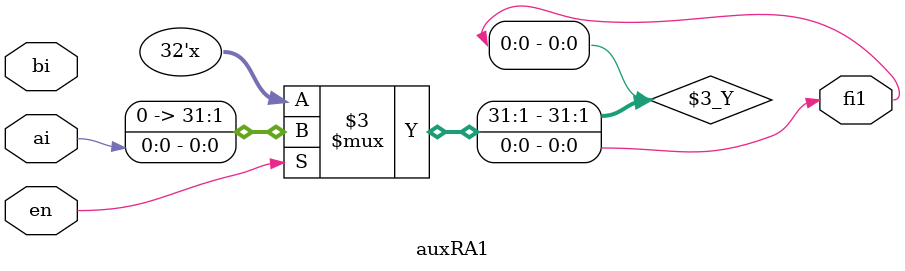
<source format=v>


//`timescale 1ns/1ps
module controller(in1,in2,prod);
	parameter N = 8;
    parameter integer h = 0;
    /*parameter ST = $clog2(N);
    parameter WIDTH = $clog2(ST);
    parameter integer pair_h1[7]={8,6,4,7,2,3,5};*/


    input [N:1]in1,in2;
	wire [N+2:1]o1;
	wire [N+3:1]o2;
	wire [N+4:1]o3;
	wire [N+5:1]o4;
	wire [N+6:1]o5;
	wire [N+7:1]o6;
	wire [N+8:1]o7;
	output reg [N+N:1]prod;
	
   //reg en[1:ST];
   reg [N:1] p[1:N];
   integer i;
	
	
	assign o1[1]=p[1][1];
	assign o2[2:1]=o1[2:1];
	assign o3[3:1]=o2[3:1];
	assign o4[4:1]=o3[4:1];
	assign o5[5:1]=o4[5:1];
	assign o6[6:1]=o5[6:1];
	assign o7[7:1]=o6[7:1];
    //assign prod=o7;
	always @(*)begin
    for (i = 1; i <= N; i = i + 1) p[i] <= in2[i] ? in1 : 'd0;	  
    end
	
	genericAdder  #(.N(N),.h(8)) x1(1'b1,p[1]>>1,p[2],o1[N+2:2]);
	genericAdder  #(.N(N),.h(6))x2(1'b1,o1[N+2:3],p[3],o2[N+3:3]);
	genericAdder  #(.N(N),.h(4))x3(1'b1,o2[N+3:4],p[4],o3[N+4:4]);
	genericAdder  #(.N(N),.h(7))x4(1'b1,o3[N+4:5],p[5],o4[N+5:5]);
	genericAdder  #(.N(N),.h(2))x5(1'b1,o4[N+5:6],p[6],o5[N+6:6]);
	genericAdder  #(.N(N),.h(3))x6(1'b1,o5[N+6:7],p[7],o6[N+7:7]);
	genericAdder  #(.N(N),.h(5))x7(1'b1,o6[N+7:8],p[8],o7[N+8:8]);
	
always @(o7)begin
prod=o7;

end

endmodule
module genericAdder (en,in1,in2,s);
parameter N = 8;
parameter h=0;
input en;
//input reg clk;
input [N-1:0]in1,in2;
reg cin=1'b0;
output [N:0] s;


reg [N-1:0] a,b;
reg c;
wire [N:0] cy;
wire [h:0] f;
always @ (*)

begin
    a = in1;
    b = in2;
    c = cin;
end

genvar aux;
generate 
    for(aux=0;aux<=h;aux=aux+1)
    begin
        if(aux==0)
         assign f[aux]=en?c:'bz;
        else 
         auxRA1 a1 (en,a[aux-1],b[aux-1],f[aux]);
    end
endgenerate


assign cy[h] = en? h>0 ? f[h] : c : 'bz;

genvar i;
generate 
    for(i=h-1;i>=0;i=i-1)
    begin
        RA1 u1 (en,a[i],b[i],cy[i+1],f[i],s[i],cy[i]);//negated carry is sent, to clear doubt see circuit of rcpfa1 
    end
endgenerate
genvar j;
generate 
    for(j=h;j<N;j=j+1)
    begin
        FA u2 (en,a[j],b[j],cy[j],s[j],cy[j+1]);
    end
endgenerate

assign s[N]=cy[N];
endmodule

module FA(en,a,b,cin,sum,carry);
    input en,a,b,cin;
    output sum,carry;
    wire sum,carry;

    assign sum=en?a^b^cin:'bz; // sum bit
    assign carry=en?((a&b) | (b&cin) | (a&cin)):'bz; //carry bit

endmodule
  module RA1(en,ai,bi,ci1n,fi,si,cin);
    input en,ai,bi,ci1n,fi;
    output si,cin;
    wire xi,yi;
    wire ci1n,fin;
    wire sint,cint;
    wire g1,g2,g3,g4;
    and n1(g1,ai,bi);
    nor n2(xi,g1,ci1n);
    or n6(g2,ai,bi);
    nand n7(yi,g2,ci1n);
    not n3(fin,fi);
    or n4(g3,fin,xi);
    and n8(g4,fi,yi);
    nand n5(sint,yi,g3);
    nor n9(cint,g4,xi);
    assign si=en?sint:'bz;
    assign cin=en?cint:'bz;
endmodule

module auxRA1(input en, ai, bi, output fi1);
    assign fi1=en?ai:'bz;
endmodule


//module tb_nonpipelined();
//reg [8:1] in1;
//reg [8:1] in2;
//wire [16:1] prod;
//integer i,j;
//integer fd;

//controller uut(
//    in1,
//    in2,
//    prod
//);

//initial begin
//in1=8'd240;in2=8'd220;
//#70 in1=8'd150;in2=8'd170;
//end 

//initial begin
//for(i=1;i<256;i=i+1)begin
//	for(j=1;j<256;j=j+1)begin
//		in1=i; in2=j; 
//		#19 $display("Product=%0d In1=%0d In2=%0d ",prod,in1,in2);
//		$fwrite(fd,prod,"\t",in1,"\t",in2,"\n"); 
//		//#70 $display("Product=%0d",prod);
//	end
//end
//#2 $finish;
//end

//initial begin
//$dumpfile("test.vcd");
//$dumpvars(0,tb_nonpipelined);
//fd = $fopen("error_detect_nonpipelined.txt","w");  
//end

//endmodule

</source>
